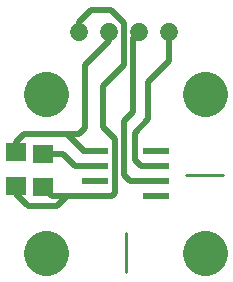
<source format=gtl>
G04 ( created by brdgerber.py ( brdgerber.py v0.1 2014-03-12 ) ) date 2020-10-03 00:10:22 EDT*
G04 Gerber Fmt 3.4, Leading zero omitted, Abs format*
%MOIN*%
%FSLAX34Y34*%
G01*
G70*
G90*
G04 APERTURE LIST*
%ADD11C,0.1500*%
%ADD13R,0.0866X0.0236*%
%ADD12C,0.0000*%
%ADD19C,0.0024*%
%ADD14C,0.0080*%
%ADD15C,0.0050*%
%ADD10C,0.0200*%
%ADD20C,0.0100*%
%ADD17C,0.0060*%
%ADD18C,0.0600*%
%ADD16R,0.0709X0.0629*%
G04 APERTURE END LIST*
G54D11*
D11*
G01X-30505Y14045D02*
G01X-30505Y14045D01*
D11*
G01X-35795Y14045D02*
G01X-35795Y14045D01*
D11*
G01X-35795Y08755D02*
G01X-35795Y08755D01*
D11*
G01X-30505Y08755D02*
G01X-30505Y08755D01*
D13*
X-34173Y11650D03*
D13*
X-32127Y11650D03*
D13*
X-34173Y12150D03*
D13*
X-34173Y11150D03*
D13*
X-34173Y10650D03*
D13*
X-32127Y12150D03*
D13*
X-32127Y11150D03*
D13*
X-32127Y10650D03*
D16*
X-36800Y10991D03*
D16*
X-36800Y12109D03*
D18*
G01X-34700Y16100D02*
G01X-34700Y16100D01*
D18*
G01X-33700Y16100D02*
G01X-33700Y16100D01*
D18*
G01X-32700Y16100D02*
G01X-32700Y16100D01*
D18*
G01X-31700Y16100D02*
G01X-31700Y16100D01*
D16*
X-35900Y10941D03*
D16*
X-35900Y12059D03*
D10*
G01X-36800Y10700D02*
G01X-36450Y10350D01*
D10*
G01X-34550Y12150D02*
G01X-35100Y12700D01*
D10*
G01X-33600Y10650D02*
G01X-34150Y10650D01*
D10*
G01X-32400Y13300D02*
G01X-32400Y13900D01*
D20*
G01X-33150Y09400D02*
G01X-33150Y08100D01*
D20*
G01X-31150Y11350D02*
G01X-29900Y11350D01*
D10*
G01X-33650Y16850D02*
G01X-33200Y16400D01*
D10*
G01X-33900Y13900D02*
G01X-33900Y13150D01*
D10*
G01X-35600Y10650D02*
G01X-35900Y10950D01*
D10*
G01X-32900Y13900D02*
G01X-32900Y15900D01*
D10*
G01X-32900Y15900D02*
G01X-32700Y16100D01*
D10*
G01X-31700Y15150D02*
G01X-31700Y16100D01*
D10*
G01X-36550Y12700D02*
G01X-34850Y12700D01*
D10*
G01X-36800Y12450D02*
G01X-36550Y12700D01*
D10*
G01X-36800Y12050D02*
G01X-36800Y12450D01*
D10*
G01X-32400Y14450D02*
G01X-31700Y15150D01*
D10*
G01X-32900Y13900D02*
G01X-32900Y13600D01*
D10*
G01X-33500Y10750D02*
G01X-33600Y10650D01*
D10*
G01X-34700Y16100D02*
G01X-34700Y16450D01*
D10*
G01X-34700Y16450D02*
G01X-34300Y16850D01*
D10*
G01X-34300Y16850D02*
G01X-33650Y16850D01*
D10*
G01X-34500Y12900D02*
G01X-34500Y14200D01*
D10*
G01X-35300Y12050D02*
G01X-35850Y12050D01*
D10*
G01X-32400Y13900D02*
G01X-32400Y14450D01*
D10*
G01X-35450Y10300D02*
G01X-35100Y10650D01*
D10*
G01X-36800Y10950D02*
G01X-36800Y10700D01*
D10*
G01X-33700Y15800D02*
G01X-33700Y16100D01*
D10*
G01X-34500Y15000D02*
G01X-33700Y15800D01*
D10*
G01X-34500Y14200D02*
G01X-34500Y15000D01*
D10*
G01X-33900Y14300D02*
G01X-33900Y13850D01*
D10*
G01X-33200Y15000D02*
G01X-33900Y14300D01*
D10*
G01X-33200Y16400D02*
G01X-33200Y15000D01*
D10*
G01X-34850Y12700D02*
G01X-34700Y12700D01*
D10*
G01X-34700Y12700D02*
G01X-34500Y12900D01*
D10*
G01X-35300Y12050D02*
G01X-35250Y12050D01*
D10*
G01X-35250Y12050D02*
G01X-34850Y11650D01*
D10*
G01X-34850Y11650D02*
G01X-34150Y11650D01*
D10*
G01X-34150Y12150D02*
G01X-34550Y12150D01*
D10*
G01X-36400Y10300D02*
G01X-35450Y10300D01*
D10*
G01X-35100Y10650D02*
G01X-34150Y10650D01*
D10*
G01X-35150Y10650D02*
G01X-35600Y10650D01*
D10*
G01X-33900Y13100D02*
G01X-33900Y12950D01*
D10*
G01X-33900Y12950D02*
G01X-33500Y12550D01*
D10*
G01X-33500Y12550D02*
G01X-33500Y10750D01*
D10*
G01X-32900Y13550D02*
G01X-32900Y13450D01*
D10*
G01X-32900Y13450D02*
G01X-33200Y13150D01*
D10*
G01X-33200Y13150D02*
G01X-33200Y11350D01*
D10*
G01X-33200Y11350D02*
G01X-33000Y11150D01*
D10*
G01X-33000Y11150D02*
G01X-32150Y11150D01*
D10*
G01X-32400Y13300D02*
G01X-32400Y13200D01*
D10*
G01X-32400Y13200D02*
G01X-32850Y12750D01*
D10*
G01X-32850Y12750D02*
G01X-32850Y11850D01*
D10*
G01X-32850Y11850D02*
G01X-32650Y11650D01*
D10*
G01X-32650Y11650D02*
G01X-32150Y11650D01*
M02*

</source>
